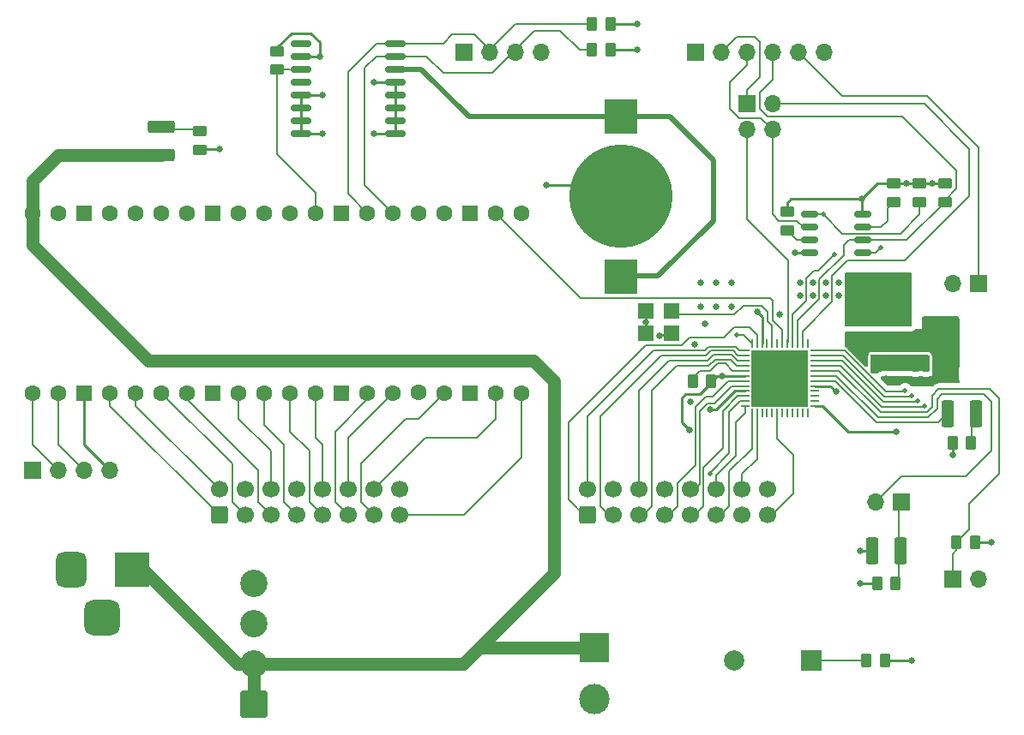
<source format=gbr>
%TF.GenerationSoftware,KiCad,Pcbnew,7.0.11-7.0.11~ubuntu20.04.1*%
%TF.CreationDate,2024-03-20T21:38:14+00:00*%
%TF.ProjectId,MDFPGA,4d444650-4741-42e6-9b69-6361645f7063,rev?*%
%TF.SameCoordinates,Original*%
%TF.FileFunction,Copper,L1,Top*%
%TF.FilePolarity,Positive*%
%FSLAX46Y46*%
G04 Gerber Fmt 4.6, Leading zero omitted, Abs format (unit mm)*
G04 Created by KiCad (PCBNEW 7.0.11-7.0.11~ubuntu20.04.1) date 2024-03-20 21:38:14*
%MOMM*%
%LPD*%
G01*
G04 APERTURE LIST*
G04 Aperture macros list*
%AMRoundRect*
0 Rectangle with rounded corners*
0 $1 Rounding radius*
0 $2 $3 $4 $5 $6 $7 $8 $9 X,Y pos of 4 corners*
0 Add a 4 corners polygon primitive as box body*
4,1,4,$2,$3,$4,$5,$6,$7,$8,$9,$2,$3,0*
0 Add four circle primitives for the rounded corners*
1,1,$1+$1,$2,$3*
1,1,$1+$1,$4,$5*
1,1,$1+$1,$6,$7*
1,1,$1+$1,$8,$9*
0 Add four rect primitives between the rounded corners*
20,1,$1+$1,$2,$3,$4,$5,0*
20,1,$1+$1,$4,$5,$6,$7,0*
20,1,$1+$1,$6,$7,$8,$9,0*
20,1,$1+$1,$8,$9,$2,$3,0*%
G04 Aperture macros list end*
%TA.AperFunction,SMDPad,CuDef*%
%ADD10RoundRect,0.062500X0.375000X0.062500X-0.375000X0.062500X-0.375000X-0.062500X0.375000X-0.062500X0*%
%TD*%
%TA.AperFunction,SMDPad,CuDef*%
%ADD11RoundRect,0.062500X0.062500X0.375000X-0.062500X0.375000X-0.062500X-0.375000X0.062500X-0.375000X0*%
%TD*%
%TA.AperFunction,SMDPad,CuDef*%
%ADD12R,5.600000X5.600000*%
%TD*%
%TA.AperFunction,ComponentPad*%
%ADD13R,1.700000X1.700000*%
%TD*%
%TA.AperFunction,ComponentPad*%
%ADD14O,1.700000X1.700000*%
%TD*%
%TA.AperFunction,SMDPad,CuDef*%
%ADD15RoundRect,0.250000X0.262500X0.450000X-0.262500X0.450000X-0.262500X-0.450000X0.262500X-0.450000X0*%
%TD*%
%TA.AperFunction,SMDPad,CuDef*%
%ADD16R,2.000000X1.500000*%
%TD*%
%TA.AperFunction,SMDPad,CuDef*%
%ADD17R,2.000000X3.800000*%
%TD*%
%TA.AperFunction,ComponentPad*%
%ADD18C,1.600000*%
%TD*%
%TA.AperFunction,ComponentPad*%
%ADD19RoundRect,0.200000X0.600000X-0.600000X0.600000X0.600000X-0.600000X0.600000X-0.600000X-0.600000X0*%
%TD*%
%TA.AperFunction,SMDPad,CuDef*%
%ADD20RoundRect,0.250000X-0.450000X0.262500X-0.450000X-0.262500X0.450000X-0.262500X0.450000X0.262500X0*%
%TD*%
%TA.AperFunction,SMDPad,CuDef*%
%ADD21RoundRect,0.250000X-1.075000X0.375000X-1.075000X-0.375000X1.075000X-0.375000X1.075000X0.375000X0*%
%TD*%
%TA.AperFunction,ComponentPad*%
%ADD22R,3.000000X3.000000*%
%TD*%
%TA.AperFunction,ComponentPad*%
%ADD23C,3.000000*%
%TD*%
%TA.AperFunction,ComponentPad*%
%ADD24R,2.000000X2.000000*%
%TD*%
%TA.AperFunction,ComponentPad*%
%ADD25C,2.000000*%
%TD*%
%TA.AperFunction,ComponentPad*%
%ADD26RoundRect,0.250000X0.600000X-0.600000X0.600000X0.600000X-0.600000X0.600000X-0.600000X-0.600000X0*%
%TD*%
%TA.AperFunction,ComponentPad*%
%ADD27C,1.700000*%
%TD*%
%TA.AperFunction,SMDPad,CuDef*%
%ADD28RoundRect,0.250000X0.375000X1.075000X-0.375000X1.075000X-0.375000X-1.075000X0.375000X-1.075000X0*%
%TD*%
%TA.AperFunction,ComponentPad*%
%ADD29RoundRect,0.250001X1.099999X-1.099999X1.099999X1.099999X-1.099999X1.099999X-1.099999X-1.099999X0*%
%TD*%
%TA.AperFunction,ComponentPad*%
%ADD30C,2.700000*%
%TD*%
%TA.AperFunction,SMDPad,CuDef*%
%ADD31RoundRect,0.150000X-0.875000X-0.150000X0.875000X-0.150000X0.875000X0.150000X-0.875000X0.150000X0*%
%TD*%
%TA.AperFunction,SMDPad,CuDef*%
%ADD32R,1.600000X1.500000*%
%TD*%
%TA.AperFunction,SMDPad,CuDef*%
%ADD33R,3.300000X3.500000*%
%TD*%
%TA.AperFunction,SMDPad,CuDef*%
%ADD34C,10.200000*%
%TD*%
%TA.AperFunction,SMDPad,CuDef*%
%ADD35RoundRect,0.150000X-0.675000X-0.150000X0.675000X-0.150000X0.675000X0.150000X-0.675000X0.150000X0*%
%TD*%
%TA.AperFunction,ComponentPad*%
%ADD36R,3.500000X3.500000*%
%TD*%
%TA.AperFunction,ComponentPad*%
%ADD37RoundRect,0.750000X-0.750000X-1.000000X0.750000X-1.000000X0.750000X1.000000X-0.750000X1.000000X0*%
%TD*%
%TA.AperFunction,ComponentPad*%
%ADD38RoundRect,0.875000X-0.875000X-0.875000X0.875000X-0.875000X0.875000X0.875000X-0.875000X0.875000X0*%
%TD*%
%TA.AperFunction,ViaPad*%
%ADD39C,0.635000*%
%TD*%
%TA.AperFunction,ViaPad*%
%ADD40C,0.508000*%
%TD*%
%TA.AperFunction,Conductor*%
%ADD41C,0.190500*%
%TD*%
%TA.AperFunction,Conductor*%
%ADD42C,0.254000*%
%TD*%
%TA.AperFunction,Conductor*%
%ADD43C,1.270000*%
%TD*%
%TA.AperFunction,Conductor*%
%ADD44C,0.508000*%
%TD*%
G04 APERTURE END LIST*
D10*
%TO.P,U3,1,VCCIO_2*%
%TO.N,+3V3*%
X79067500Y-40020000D03*
%TO.P,U3,2,IOB_6a*%
%TO.N,unconnected-(U3C-IOB_6a-Pad2)*%
X79067500Y-39520000D03*
%TO.P,U3,3,IOB_9b*%
%TO.N,unconnected-(U3C-IOB_9b-Pad3)*%
X79067500Y-39020000D03*
%TO.P,U3,4,IOB_8a*%
%TO.N,unconnected-(U3C-IOB_8a-Pad4)*%
X79067500Y-38520000D03*
%TO.P,U3,5,VCC*%
%TO.N,+1V2*%
X79067500Y-38020000D03*
%TO.P,U3,6,IOB_13b*%
%TO.N,USER_LED*%
X79067500Y-37520000D03*
%TO.P,U3,7,CDONE*%
%TO.N,/FPGA/CDONE*%
X79067500Y-37020000D03*
%TO.P,U3,8,~{CRESET}*%
%TO.N,/FPGA/~{CRESET_B}*%
X79067500Y-36520000D03*
%TO.P,U3,9,IOB_16a*%
%TO.N,~{CTRL_RESET}*%
X79067500Y-36020000D03*
%TO.P,U3,10,IOB_18a*%
%TO.N,CTRL_MOSI*%
X79067500Y-35520000D03*
%TO.P,U3,11,IOB_20a*%
%TO.N,CTRL_CLK*%
X79067500Y-35020000D03*
%TO.P,U3,12,IOB_22a*%
%TO.N,CTRL_MISO*%
X79067500Y-34520000D03*
D11*
%TO.P,U3,13,IOB_24a*%
%TO.N,unconnected-(U3B-IOB_24a-Pad13)*%
X78380000Y-33832500D03*
%TO.P,U3,14,IOB_32a_SPI_SO*%
%TO.N,/FPGA/ICE_MISO*%
X77880000Y-33832500D03*
%TO.P,U3,15,IOB_34a_SPI_SCK*%
%TO.N,/FPGA/ICE_SCK*%
X77380000Y-33832500D03*
%TO.P,U3,16,IOB_35b_SPI_SS*%
%TO.N,/FPGA/ICE_SS*%
X76880000Y-33832500D03*
%TO.P,U3,17,IOB_33b_SPI_SI*%
%TO.N,/FPGA/ICE_MOSI*%
X76380000Y-33832500D03*
%TO.P,U3,18,IOB_31b*%
%TO.N,~{CTRL_SS}*%
X75880000Y-33832500D03*
%TO.P,U3,19,IOB_29b*%
%TO.N,unconnected-(U3B-IOB_29b-Pad19)*%
X75380000Y-33832500D03*
%TO.P,U3,20,IOB_25b_G3*%
%TO.N,/FPGA/GLOBAL_CLK*%
X74880000Y-33832500D03*
%TO.P,U3,21,IOB_23b*%
%TO.N,unconnected-(U3B-IOB_23b-Pad21)*%
X74380000Y-33832500D03*
%TO.P,U3,22,SPI_VCCIO1*%
%TO.N,+3V3*%
X73880000Y-33832500D03*
%TO.P,U3,23,IOT_37a*%
%TO.N,/FPGA/RED1*%
X73380000Y-33832500D03*
%TO.P,U3,24,VPP_2V5*%
%TO.N,/FPGA/VPP_2V5*%
X72880000Y-33832500D03*
D10*
%TO.P,U3,25,IOT_36b*%
%TO.N,/FPGA/GREEN1*%
X72192500Y-34520000D03*
%TO.P,U3,26,IOT_39a*%
%TO.N,/FPGA/BLUE1*%
X72192500Y-35020000D03*
%TO.P,U3,27,IOT_38b*%
%TO.N,/FPGA/GREEN2*%
X72192500Y-35520000D03*
%TO.P,U3,28,IOT_41a*%
%TO.N,/FPGA/RED2*%
X72192500Y-36020000D03*
%TO.P,U3,29,VCCPLL*%
%TO.N,Net-(U3D-VCCPLL)*%
X72192500Y-36520000D03*
%TO.P,U3,30,VCC*%
%TO.N,+1V2*%
X72192500Y-37020000D03*
%TO.P,U3,31,IOT_42b*%
%TO.N,/FPGA/BLUE2*%
X72192500Y-37520000D03*
%TO.P,U3,32,IOT_43a*%
%TO.N,/FPGA/ADDRB*%
X72192500Y-38020000D03*
%TO.P,U3,33,VCCIO_0*%
%TO.N,+3V3*%
X72192500Y-38520000D03*
%TO.P,U3,34,IOT_44b*%
%TO.N,/FPGA/ADDRA*%
X72192500Y-39020000D03*
%TO.P,U3,35,IOT_46b_G0*%
%TO.N,/FPGA/CLK*%
X72192500Y-39520000D03*
%TO.P,U3,36,IOT_48b*%
%TO.N,/FPGA/ADDRD*%
X72192500Y-40020000D03*
D11*
%TO.P,U3,37,IOT_45a_G1*%
%TO.N,/FPGA/ADDRC*%
X72880000Y-40707500D03*
%TO.P,U3,38,IOT_50b*%
%TO.N,/FPGA/LATCH*%
X73380000Y-40707500D03*
%TO.P,U3,39,RGB0*%
%TO.N,unconnected-(U3A-RGB0-Pad39)*%
X73880000Y-40707500D03*
%TO.P,U3,40,RGB1*%
%TO.N,unconnected-(U3A-RGB1-Pad40)*%
X74380000Y-40707500D03*
%TO.P,U3,41,RGB2*%
%TO.N,unconnected-(U3A-RGB2-Pad41)*%
X74880000Y-40707500D03*
%TO.P,U3,42,IOT_51a*%
%TO.N,/FPGA/OE*%
X75380000Y-40707500D03*
%TO.P,U3,43,IOT_49a*%
%TO.N,unconnected-(U3A-IOT_49a-Pad43)*%
X75880000Y-40707500D03*
%TO.P,U3,44,IOB_3b_G6*%
%TO.N,unconnected-(U3C-IOB_3b_G6-Pad44)*%
X76380000Y-40707500D03*
%TO.P,U3,45,IOB_5b*%
%TO.N,unconnected-(U3C-IOB_5b-Pad45)*%
X76880000Y-40707500D03*
%TO.P,U3,46,IOB_0a*%
%TO.N,unconnected-(U3C-IOB_0a-Pad46)*%
X77380000Y-40707500D03*
%TO.P,U3,47,IOB_2a*%
%TO.N,unconnected-(U3C-IOB_2a-Pad47)*%
X77880000Y-40707500D03*
%TO.P,U3,48,IOB_4a*%
%TO.N,unconnected-(U3C-IOB_4a-Pad48)*%
X78380000Y-40707500D03*
D12*
%TO.P,U3,49,GND*%
%TO.N,GND*%
X75630000Y-37270000D03*
%TD*%
D13*
%TO.P,J11,1,Pin_1*%
%TO.N,Net-(D3-K)*%
X87630000Y-49530000D03*
D14*
%TO.P,J11,2,Pin_2*%
%TO.N,/FPGA/CDONE*%
X85090000Y-49530000D03*
%TD*%
D15*
%TO.P,R13,1*%
%TO.N,Net-(D3-K)*%
X87045000Y-57525000D03*
%TO.P,R13,2*%
%TO.N,GND*%
X85220000Y-57525000D03*
%TD*%
D13*
%TO.P,J10,1,Pin_1*%
%TO.N,/FPGA/~{CRESET_B}*%
X92710000Y-57150000D03*
D14*
%TO.P,J10,2,Pin_2*%
%TO.N,GND*%
X95250000Y-57150000D03*
%TD*%
D16*
%TO.P,U4,1,GND*%
%TO.N,GND*%
X85626000Y-31095000D03*
%TO.P,U4,2,VO*%
%TO.N,+1V2*%
X85626000Y-33395000D03*
D17*
X91926000Y-33395000D03*
D16*
%TO.P,U4,3,VI*%
%TO.N,+3V3*%
X85626000Y-35695000D03*
%TD*%
D15*
%TO.P,R12,1*%
%TO.N,+3V3*%
X94892500Y-53437500D03*
%TO.P,R12,2*%
%TO.N,/FPGA/~{CRESET_B}*%
X93067500Y-53437500D03*
%TD*%
D18*
%TO.P,A1,1,GP0*%
%TO.N,/UART0_TX*%
X1905000Y-38735000D03*
%TO.P,A1,2,GP1*%
%TO.N,/UART0_RX*%
X4445000Y-38735000D03*
D19*
%TO.P,A1,3,GND*%
%TO.N,GND*%
X6985000Y-38735000D03*
D18*
%TO.P,A1,4,GP2*%
%TO.N,/RED1*%
X9525000Y-38735000D03*
%TO.P,A1,5,GP3*%
%TO.N,/GREEN1*%
X12065000Y-38735000D03*
%TO.P,A1,6,GP4*%
%TO.N,/BLUE1*%
X14605000Y-38735000D03*
%TO.P,A1,7,GP5*%
%TO.N,/RED2*%
X17145000Y-38735000D03*
D19*
%TO.P,A1,8,GND*%
%TO.N,GND*%
X19685000Y-38735000D03*
D18*
%TO.P,A1,9,GP6*%
%TO.N,/GREEN2*%
X22225000Y-38735000D03*
%TO.P,A1,10,GP7*%
%TO.N,/BLUE2*%
X24765000Y-38735000D03*
%TO.P,A1,11,GP8*%
%TO.N,/ADDRA*%
X27305000Y-38735000D03*
%TO.P,A1,12,GP9*%
%TO.N,/ADDRB*%
X29845000Y-38735000D03*
D19*
%TO.P,A1,13,GND*%
%TO.N,GND*%
X32385000Y-38735000D03*
D18*
%TO.P,A1,14,GP10*%
%TO.N,/ADDRC*%
X34925000Y-38735000D03*
%TO.P,A1,15,GP11*%
%TO.N,/ADDRD*%
X37465000Y-38735000D03*
%TO.P,A1,16,GP12*%
%TO.N,unconnected-(A1-GP12-Pad16)*%
X40005000Y-38693119D03*
%TO.P,A1,17,GP13*%
%TO.N,/CLK*%
X42545000Y-38735000D03*
D19*
%TO.P,A1,18,GND*%
%TO.N,GND*%
X45085000Y-38735000D03*
D18*
%TO.P,A1,19,GP14*%
%TO.N,/LATCH*%
X47625000Y-38735000D03*
%TO.P,A1,20,GP15*%
%TO.N,/OE*%
X50165000Y-38735000D03*
%TO.P,A1,21,GP16*%
%TO.N,CTRL_MISO*%
X50165000Y-20955000D03*
%TO.P,A1,22,GP17*%
%TO.N,~{CTRL_SS}*%
X47625000Y-20955000D03*
D19*
%TO.P,A1,23,GND*%
%TO.N,GND*%
X45085000Y-20955000D03*
D18*
%TO.P,A1,24,GP18*%
%TO.N,CTRL_CLK*%
X42545000Y-20955000D03*
%TO.P,A1,25,GP19*%
%TO.N,CTRL_MOSI*%
X40005000Y-20955000D03*
%TO.P,A1,26,GP20*%
%TO.N,/SDA*%
X37465000Y-20955000D03*
%TO.P,A1,27,GP21*%
%TO.N,/SCL*%
X34925000Y-20955000D03*
D19*
%TO.P,A1,28,GND*%
%TO.N,GND*%
X32385000Y-20955000D03*
D18*
%TO.P,A1,29,GP22*%
%TO.N,/RTCSQWAVE*%
X29845000Y-20955000D03*
%TO.P,A1,30,RUN*%
%TO.N,unconnected-(A1-RUN-Pad30)*%
X27305000Y-20955000D03*
%TO.P,A1,31,GP26*%
%TO.N,~{CTRL_RESET}*%
X24765000Y-20955000D03*
%TO.P,A1,32,GP27*%
%TO.N,/BUZZER*%
X22225000Y-20955000D03*
D19*
%TO.P,A1,33,AGND*%
%TO.N,GND*%
X19685000Y-20955000D03*
D18*
%TO.P,A1,34,GP28*%
%TO.N,unconnected-(A1-GP28-Pad34)*%
X17145000Y-20955000D03*
%TO.P,A1,35,ADC_VREF*%
%TO.N,unconnected-(A1-ADC_VREF-Pad35)*%
X14605000Y-20955000D03*
%TO.P,A1,36,3V3_OUT*%
%TO.N,+3V3*%
X12065000Y-20955000D03*
%TO.P,A1,37,3V3_EN*%
%TO.N,unconnected-(A1-3V3_EN-Pad37)*%
X9525000Y-20955000D03*
D19*
%TO.P,A1,38,GND*%
%TO.N,GND*%
X6985000Y-20955000D03*
D18*
%TO.P,A1,39,VSYS*%
%TO.N,unconnected-(A1-VSYS-Pad39)*%
X4445000Y-20955000D03*
%TO.P,A1,40,VBUS*%
%TO.N,+5V*%
X1905000Y-20955000D03*
%TD*%
D20*
%TO.P,R3,1*%
%TO.N,+3V3*%
X26035000Y-4929500D03*
%TO.P,R3,2*%
%TO.N,/RTCSQWAVE*%
X26035000Y-6754500D03*
%TD*%
D21*
%TO.P,D1,1,K*%
%TO.N,Net-(D1-K)*%
X14595000Y-12435000D03*
%TO.P,D1,2,A*%
%TO.N,+5V*%
X14595000Y-15235000D03*
%TD*%
D15*
%TO.P,R6,1*%
%TO.N,GND*%
X86002500Y-65145000D03*
%TO.P,R6,2*%
%TO.N,Net-(R6-Pad2)*%
X84177500Y-65145000D03*
%TD*%
D13*
%TO.P,J1,1,Pin_1*%
%TO.N,+3V3*%
X67310000Y-5080000D03*
D14*
%TO.P,J1,2,Pin_2*%
%TO.N,/FPGA/FLASH_MOSI*%
X69850000Y-5080000D03*
%TO.P,J1,3,Pin_3*%
%TO.N,/FPGA/FLASH_MISO*%
X72390000Y-5080000D03*
%TO.P,J1,4,Pin_4*%
%TO.N,/FPGA/ICE_SCK*%
X74930000Y-5080000D03*
%TO.P,J1,5,Pin_5*%
%TO.N,/FPGA/ICE_SS*%
X77470000Y-5080000D03*
%TO.P,J1,6,Pin_6*%
%TO.N,GND*%
X80010000Y-5080000D03*
%TD*%
D13*
%TO.P,J2,1,Pin_1*%
%TO.N,+3V3*%
X1905000Y-46355000D03*
D14*
%TO.P,J2,2,Pin_2*%
%TO.N,/UART0_TX*%
X4445000Y-46355000D03*
%TO.P,J2,3,Pin_3*%
%TO.N,/UART0_RX*%
X6985000Y-46355000D03*
%TO.P,J2,4,Pin_4*%
%TO.N,GND*%
X9525000Y-46355000D03*
%TD*%
D22*
%TO.P,J7,1,Pin_1*%
%TO.N,+5V*%
X57280000Y-63875000D03*
D23*
%TO.P,J7,2,Pin_2*%
%TO.N,GND*%
X57280000Y-68955000D03*
%TD*%
D15*
%TO.P,R10,1*%
%TO.N,+1V2*%
X68860500Y-37586000D03*
%TO.P,R10,2*%
%TO.N,Net-(U3D-VCCPLL)*%
X67035500Y-37586000D03*
%TD*%
D24*
%TO.P,SP1,1,1*%
%TO.N,Net-(R6-Pad2)*%
X78730000Y-65145000D03*
D25*
%TO.P,SP1,2,2*%
%TO.N,/BUZZER*%
X71130000Y-65145000D03*
%TD*%
D13*
%TO.P,J9,1,Pin_1*%
%TO.N,/FPGA/ICE_SS*%
X95250000Y-27940000D03*
D14*
%TO.P,J9,2,Pin_2*%
%TO.N,Net-(J9-Pin_2)*%
X92710000Y-27940000D03*
%TD*%
D15*
%TO.P,R5,1*%
%TO.N,Net-(D2-K)*%
X94511500Y-43685000D03*
%TO.P,R5,2*%
%TO.N,GND*%
X92686500Y-43685000D03*
%TD*%
%TO.P,R2,1*%
%TO.N,+3V3*%
X58890000Y-4820000D03*
%TO.P,R2,2*%
%TO.N,/SDA*%
X57065000Y-4820000D03*
%TD*%
D13*
%TO.P,J8,1,Pin_1*%
%TO.N,/FPGA/FLASH_MOSI*%
X72390000Y-10160000D03*
D14*
%TO.P,J8,2,Pin_2*%
%TO.N,/FPGA/ICE_MISO*%
X74930000Y-10160000D03*
%TO.P,J8,3,Pin_3*%
%TO.N,/FPGA/ICE_MOSI*%
X72390000Y-12700000D03*
%TO.P,J8,4,Pin_4*%
%TO.N,/FPGA/FLASH_MISO*%
X74930000Y-12700000D03*
%TD*%
D26*
%TO.P,J3,1,Pin_1*%
%TO.N,/RED1*%
X20320000Y-50800000D03*
D27*
%TO.P,J3,2,Pin_2*%
%TO.N,/GREEN1*%
X20320000Y-48260000D03*
%TO.P,J3,3,Pin_3*%
%TO.N,/BLUE1*%
X22860000Y-50800000D03*
%TO.P,J3,4,Pin_4*%
%TO.N,GND*%
X22860000Y-48260000D03*
%TO.P,J3,5,Pin_5*%
%TO.N,/RED2*%
X25400000Y-50800000D03*
%TO.P,J3,6,Pin_6*%
%TO.N,/GREEN2*%
X25400000Y-48260000D03*
%TO.P,J3,7,Pin_7*%
%TO.N,/BLUE2*%
X27940000Y-50800000D03*
%TO.P,J3,8,Pin_8*%
%TO.N,GND*%
X27940000Y-48260000D03*
%TO.P,J3,9,Pin_9*%
%TO.N,/ADDRA*%
X30480000Y-50800000D03*
%TO.P,J3,10,Pin_10*%
%TO.N,/ADDRB*%
X30480000Y-48260000D03*
%TO.P,J3,11,Pin_11*%
%TO.N,/ADDRC*%
X33020000Y-50800000D03*
%TO.P,J3,12,Pin_12*%
%TO.N,/ADDRD*%
X33020000Y-48260000D03*
%TO.P,J3,13,Pin_13*%
%TO.N,/CLK*%
X35560000Y-50800000D03*
%TO.P,J3,14,Pin_14*%
%TO.N,/LATCH*%
X35560000Y-48260000D03*
%TO.P,J3,15,Pin_15*%
%TO.N,/OE*%
X38100000Y-50800000D03*
%TO.P,J3,16,Pin_16*%
%TO.N,GND*%
X38100000Y-48260000D03*
%TD*%
D20*
%TO.P,R9,1*%
%TO.N,+3V3*%
X76330000Y-20798500D03*
%TO.P,R9,2*%
%TO.N,Net-(U6-IO2)*%
X76330000Y-22623500D03*
%TD*%
D15*
%TO.P,R1,1*%
%TO.N,+3V3*%
X58890000Y-2280000D03*
%TO.P,R1,2*%
%TO.N,/SCL*%
X57065000Y-2280000D03*
%TD*%
D28*
%TO.P,D3,1,K*%
%TO.N,Net-(D3-K)*%
X87532500Y-54350000D03*
%TO.P,D3,2,A*%
%TO.N,+3V3*%
X84732500Y-54350000D03*
%TD*%
%TO.P,D2,1,K*%
%TO.N,Net-(D2-K)*%
X94999000Y-40764000D03*
%TO.P,D2,2,A*%
%TO.N,USER_LED*%
X92199000Y-40764000D03*
%TD*%
D13*
%TO.P,J5,1,Pin_1*%
%TO.N,+3V3*%
X44450000Y-5080000D03*
D14*
%TO.P,J5,2,Pin_2*%
%TO.N,/SCL*%
X46990000Y-5080000D03*
%TO.P,J5,3,Pin_3*%
%TO.N,/SDA*%
X49530000Y-5080000D03*
%TO.P,J5,4,Pin_4*%
%TO.N,GND*%
X52070000Y-5080000D03*
%TD*%
D20*
%TO.P,R7,1*%
%TO.N,+3V3*%
X89411000Y-18004500D03*
%TO.P,R7,2*%
%TO.N,Net-(J9-Pin_2)*%
X89411000Y-19829500D03*
%TD*%
%TO.P,R8,1*%
%TO.N,+3V3*%
X86871000Y-18004500D03*
%TO.P,R8,2*%
%TO.N,Net-(U6-IO3)*%
X86871000Y-19829500D03*
%TD*%
D29*
%TO.P,J4,1,Pin_1*%
%TO.N,+5V*%
X23705000Y-69440000D03*
D30*
%TO.P,J4,2,Pin_2*%
X23705000Y-65480000D03*
%TO.P,J4,3,Pin_3*%
%TO.N,GND*%
X23705000Y-61520000D03*
%TO.P,J4,4,Pin_4*%
X23705000Y-57560000D03*
%TD*%
D31*
%TO.P,U1,1,32KHZ*%
%TO.N,unconnected-(U1-32KHZ-Pad1)*%
X28370000Y-4191000D03*
%TO.P,U1,2,VCC*%
%TO.N,+3V3*%
X28370000Y-5461000D03*
%TO.P,U1,3,~{INT}/SQW*%
%TO.N,/RTCSQWAVE*%
X28370000Y-6731000D03*
%TO.P,U1,4,~{RST}*%
%TO.N,unconnected-(U1-~{RST}-Pad4)*%
X28370000Y-8001000D03*
%TO.P,U1,5,GND*%
%TO.N,GND*%
X28370000Y-9271000D03*
%TO.P,U1,6,GND*%
X28370000Y-10541000D03*
%TO.P,U1,7,GND*%
X28370000Y-11811000D03*
%TO.P,U1,8,GND*%
X28370000Y-13081000D03*
%TO.P,U1,9,GND*%
X37670000Y-13081000D03*
%TO.P,U1,10,GND*%
X37670000Y-11811000D03*
%TO.P,U1,11,GND*%
X37670000Y-10541000D03*
%TO.P,U1,12,GND*%
X37670000Y-9271000D03*
%TO.P,U1,13,GND*%
X37670000Y-8001000D03*
%TO.P,U1,14,VBAT*%
%TO.N,/VBAT*%
X37670000Y-6731000D03*
%TO.P,U1,15,SDA*%
%TO.N,/SDA*%
X37670000Y-5461000D03*
%TO.P,U1,16,SCL*%
%TO.N,/SCL*%
X37670000Y-4191000D03*
%TD*%
D32*
%TO.P,X1,1,OE*%
%TO.N,+3V3*%
X62360000Y-32844000D03*
%TO.P,X1,2,GND*%
%TO.N,GND*%
X64900000Y-32844000D03*
%TO.P,X1,3,OUT*%
%TO.N,/FPGA/GLOBAL_CLK*%
X64900000Y-30644000D03*
%TO.P,X1,4,Vcc*%
%TO.N,+3V3*%
X62360000Y-30644000D03*
%TD*%
D20*
%TO.P,R4,1*%
%TO.N,Net-(D1-K)*%
X18415000Y-12860000D03*
%TO.P,R4,2*%
%TO.N,GND*%
X18415000Y-14685000D03*
%TD*%
D33*
%TO.P,BT1,1,+*%
%TO.N,/VBAT*%
X59985000Y-27204000D03*
X59985000Y-11404000D03*
D34*
%TO.P,BT1,2,-*%
%TO.N,GND*%
X59985000Y-19304000D03*
%TD*%
D35*
%TO.P,U6,1,~{CS}*%
%TO.N,Net-(J9-Pin_2)*%
X78531000Y-21076000D03*
%TO.P,U6,2,DO(IO1)*%
%TO.N,/FPGA/FLASH_MISO*%
X78531000Y-22346000D03*
%TO.P,U6,3,IO2*%
%TO.N,Net-(U6-IO2)*%
X78531000Y-23616000D03*
%TO.P,U6,4,GND*%
%TO.N,GND*%
X78531000Y-24886000D03*
%TO.P,U6,5,DI(IO0)*%
%TO.N,/FPGA/FLASH_MOSI*%
X83781000Y-24886000D03*
%TO.P,U6,6,CLK*%
%TO.N,/FPGA/ICE_SCK*%
X83781000Y-23616000D03*
%TO.P,U6,7,IO3*%
%TO.N,Net-(U6-IO3)*%
X83781000Y-22346000D03*
%TO.P,U6,8,VCC*%
%TO.N,+3V3*%
X83781000Y-21076000D03*
%TD*%
D20*
%TO.P,R11,1*%
%TO.N,+3V3*%
X91951000Y-18004500D03*
%TO.P,R11,2*%
%TO.N,/FPGA/ICE_SCK*%
X91951000Y-19829500D03*
%TD*%
D36*
%TO.P,CON1,1*%
%TO.N,+5V*%
X11715000Y-56192500D03*
D37*
%TO.P,CON1,2*%
%TO.N,GND*%
X5715000Y-56192500D03*
D38*
%TO.P,CON1,3*%
X8715000Y-60892500D03*
%TD*%
D26*
%TO.P,J6,1,Pin_1*%
%TO.N,/FPGA/RED1*%
X56645000Y-50800000D03*
D27*
%TO.P,J6,2,Pin_2*%
%TO.N,/FPGA/GREEN1*%
X56645000Y-48260000D03*
%TO.P,J6,3,Pin_3*%
%TO.N,/FPGA/BLUE1*%
X59185000Y-50800000D03*
%TO.P,J6,4,Pin_4*%
%TO.N,GND*%
X59185000Y-48260000D03*
%TO.P,J6,5,Pin_5*%
%TO.N,/FPGA/RED2*%
X61725000Y-50800000D03*
%TO.P,J6,6,Pin_6*%
%TO.N,/FPGA/GREEN2*%
X61725000Y-48260000D03*
%TO.P,J6,7,Pin_7*%
%TO.N,/FPGA/BLUE2*%
X64265000Y-50800000D03*
%TO.P,J6,8,Pin_8*%
%TO.N,GND*%
X64265000Y-48260000D03*
%TO.P,J6,9,Pin_9*%
%TO.N,/FPGA/ADDRA*%
X66805000Y-50800000D03*
%TO.P,J6,10,Pin_10*%
%TO.N,/FPGA/ADDRB*%
X66805000Y-48260000D03*
%TO.P,J6,11,Pin_11*%
%TO.N,/FPGA/ADDRC*%
X69345000Y-50800000D03*
%TO.P,J6,12,Pin_12*%
%TO.N,/FPGA/ADDRD*%
X69345000Y-48260000D03*
%TO.P,J6,13,Pin_13*%
%TO.N,/FPGA/CLK*%
X71885000Y-50800000D03*
%TO.P,J6,14,Pin_14*%
%TO.N,/FPGA/LATCH*%
X71885000Y-48260000D03*
%TO.P,J6,15,Pin_15*%
%TO.N,/FPGA/OE*%
X74425000Y-50800000D03*
%TO.P,J6,16,Pin_16*%
%TO.N,GND*%
X74425000Y-48260000D03*
%TD*%
D39*
%TO.N,GND*%
X35560000Y-8001000D03*
X76965000Y-38475000D03*
X85220000Y-27807000D03*
X82680000Y-29077000D03*
X20320000Y-14605000D03*
X75695000Y-38475000D03*
X74425000Y-38475000D03*
X80140000Y-29077000D03*
X76965000Y-35935000D03*
X35560000Y-13081000D03*
X52578000Y-18161000D03*
X81410000Y-27807000D03*
X74425000Y-35935000D03*
X86490000Y-29077000D03*
X63757000Y-33098000D03*
X78870000Y-27807000D03*
X30480000Y-9271000D03*
X30480000Y-13081000D03*
X81410000Y-29077000D03*
X77092000Y-24886000D03*
X77600000Y-29077000D03*
X78870000Y-29077000D03*
X87760000Y-27807000D03*
X83950000Y-29077000D03*
X75568000Y-30982000D03*
X92710000Y-44828000D03*
X85220000Y-29077000D03*
X80140000Y-27807000D03*
X86490000Y-27807000D03*
X87760000Y-29077000D03*
X88635000Y-65145000D03*
X82680000Y-27807000D03*
X77600000Y-27807000D03*
X83950000Y-27807000D03*
X83592500Y-57525000D03*
X75695000Y-35935000D03*
%TO.N,+3V3*%
X90046000Y-35300000D03*
X62360000Y-31744000D03*
X68710000Y-40380000D03*
X89030000Y-35300000D03*
X88268000Y-36062000D03*
X67186000Y-33903000D03*
X70869000Y-30220000D03*
X96520000Y-53437500D03*
X68202000Y-31871000D03*
X90681000Y-18028000D03*
X30226000Y-5461000D03*
X67821000Y-30220000D03*
X70869000Y-27807000D03*
X61595000Y-2280000D03*
X90046000Y-36316000D03*
X69345000Y-27807000D03*
X67821000Y-27807000D03*
X89030000Y-36316000D03*
X87122000Y-42545000D03*
X83696000Y-19552000D03*
X73409000Y-30728000D03*
X66805000Y-39618000D03*
X88141000Y-18004500D03*
X61595000Y-4820000D03*
X87125000Y-36062000D03*
X83592500Y-54350000D03*
X69345000Y-30220000D03*
D40*
%TO.N,CTRL_MOSI*%
X89281000Y-39497000D03*
%TO.N,CTRL_MISO*%
X88011000Y-38481000D03*
%TO.N,CTRL_CLK*%
X88646000Y-38989000D03*
D39*
%TO.N,+1V2*%
X84204000Y-34284000D03*
X83947000Y-35433000D03*
X66678000Y-42412000D03*
X81156000Y-38602000D03*
X86106000Y-37338000D03*
X69974500Y-37020000D03*
D40*
%TO.N,/FPGA/VPP_2V5*%
X71377000Y-33014000D03*
%TO.N,/FPGA/FLASH_MOSI*%
X85598000Y-24384000D03*
%TO.N,/FPGA/CLK*%
X68710000Y-46736000D03*
%TO.N,~{CTRL_RESET}*%
X89916000Y-40005000D03*
%TO.N,/FPGA/ICE_SS*%
X81029000Y-25013000D03*
%TO.N,Net-(J9-Pin_2)*%
X79886000Y-21076000D03*
%TD*%
D41*
%TO.N,/UART0_TX*%
X4445000Y-46355000D02*
X1905000Y-43815000D01*
X1905000Y-43815000D02*
X1905000Y-38735000D01*
%TO.N,/UART0_RX*%
X4445000Y-38735000D02*
X4445000Y-43815000D01*
X4445000Y-43815000D02*
X6985000Y-46355000D01*
D42*
%TO.N,GND*%
X6985000Y-38735000D02*
X6985000Y-43815000D01*
X30480000Y-9271000D02*
X28194000Y-9271000D01*
X35560000Y-13081000D02*
X37846000Y-13081000D01*
X28370000Y-11811000D02*
X28370000Y-10746000D01*
X92686500Y-44804500D02*
X92686500Y-43685000D01*
X37670000Y-13081000D02*
X37670000Y-12016000D01*
X18415000Y-14605000D02*
X20320000Y-14605000D01*
X63841000Y-33014000D02*
X64900000Y-33014000D01*
X63757000Y-33098000D02*
X63841000Y-33014000D01*
X52578000Y-18161000D02*
X60706000Y-18161000D01*
X28370000Y-10541000D02*
X28370000Y-9476000D01*
X35560000Y-8001000D02*
X37670000Y-8001000D01*
X78362000Y-24886000D02*
X77092000Y-24886000D01*
X37670000Y-9271000D02*
X37670000Y-8206000D01*
X37670000Y-10541000D02*
X37670000Y-9476000D01*
X85220000Y-57525000D02*
X83592500Y-57525000D01*
X28370000Y-13081000D02*
X28370000Y-12016000D01*
X60706000Y-18161000D02*
X60833000Y-18288000D01*
X92710000Y-44828000D02*
X92686500Y-44804500D01*
X37670000Y-11811000D02*
X37670000Y-10746000D01*
X30480000Y-13081000D02*
X28370000Y-13081000D01*
X86360000Y-65145000D02*
X88635000Y-65145000D01*
X6985000Y-43815000D02*
X9525000Y-46355000D01*
D41*
%TO.N,/RED1*%
X9525000Y-40005000D02*
X9525000Y-38735000D01*
X20320000Y-50800000D02*
X9525000Y-40005000D01*
%TO.N,/GREEN1*%
X20320000Y-48260000D02*
X12065000Y-40005000D01*
X12065000Y-40005000D02*
X12065000Y-38735000D01*
%TO.N,/BLUE1*%
X21590000Y-49530000D02*
X21590000Y-45720000D01*
X21590000Y-45720000D02*
X14605000Y-38735000D01*
X22860000Y-50800000D02*
X21590000Y-49530000D01*
%TO.N,/RED2*%
X17145000Y-38735000D02*
X17145000Y-39370000D01*
X17145000Y-39370000D02*
X24130000Y-46355000D01*
X24130000Y-49530000D02*
X25400000Y-50800000D01*
X24130000Y-46355000D02*
X24130000Y-49530000D01*
%TO.N,/GREEN2*%
X22225000Y-41275000D02*
X22225000Y-38735000D01*
X25400000Y-48260000D02*
X25400000Y-44450000D01*
X25400000Y-44450000D02*
X22225000Y-41275000D01*
%TO.N,/BLUE2*%
X26670000Y-49530000D02*
X26670000Y-43815000D01*
X26670000Y-43815000D02*
X24765000Y-41910000D01*
X27940000Y-50800000D02*
X26670000Y-49530000D01*
X24765000Y-41910000D02*
X24765000Y-38735000D01*
%TO.N,/ADDRA*%
X27305000Y-42545000D02*
X27305000Y-38735000D01*
X30480000Y-50800000D02*
X29210000Y-49530000D01*
X29210000Y-44450000D02*
X27305000Y-42545000D01*
X29210000Y-49530000D02*
X29210000Y-44450000D01*
%TO.N,/ADDRB*%
X29845000Y-38735000D02*
X29845000Y-43180000D01*
X30480000Y-43815000D02*
X30480000Y-48260000D01*
X29845000Y-43180000D02*
X30480000Y-43815000D01*
%TO.N,/ADDRC*%
X31750000Y-49530000D02*
X31750000Y-42545000D01*
X31750000Y-42545000D02*
X34925000Y-39370000D01*
X33020000Y-50800000D02*
X31750000Y-49530000D01*
%TO.N,/ADDRD*%
X33020000Y-43180000D02*
X33020000Y-48260000D01*
X37465000Y-38735000D02*
X33020000Y-43180000D01*
%TO.N,/CLK*%
X34290000Y-49530000D02*
X34290000Y-45720000D01*
X35560000Y-50800000D02*
X34290000Y-49530000D01*
X40005000Y-41275000D02*
X42545000Y-38735000D01*
X38735000Y-41275000D02*
X40005000Y-41275000D01*
X34290000Y-45720000D02*
X38735000Y-41275000D01*
%TO.N,/LATCH*%
X45720000Y-43180000D02*
X47625000Y-41275000D01*
X47625000Y-41275000D02*
X47625000Y-38735000D01*
X35560000Y-48260000D02*
X40640000Y-43180000D01*
X40640000Y-43180000D02*
X45720000Y-43180000D01*
%TO.N,/OE*%
X38100000Y-50800000D02*
X44450000Y-50800000D01*
X44450000Y-50800000D02*
X50165000Y-45085000D01*
X50165000Y-45085000D02*
X50165000Y-38735000D01*
%TO.N,/SDA*%
X51435000Y-2915000D02*
X49530000Y-4820000D01*
X34671000Y-18161000D02*
X34671000Y-6604000D01*
X37465000Y-20955000D02*
X34671000Y-18161000D01*
X40767000Y-5461000D02*
X42418000Y-7112000D01*
X53975000Y-2915000D02*
X51435000Y-2915000D01*
X55880000Y-4820000D02*
X53975000Y-2915000D01*
X57150000Y-4820000D02*
X55880000Y-4820000D01*
X37670000Y-5461000D02*
X40767000Y-5461000D01*
X35814000Y-5461000D02*
X37973000Y-5461000D01*
X34671000Y-6604000D02*
X35814000Y-5461000D01*
X47244000Y-7112000D02*
X49530000Y-4826000D01*
X42418000Y-7112000D02*
X47244000Y-7112000D01*
%TO.N,/SCL*%
X46990000Y-4820000D02*
X49530000Y-2280000D01*
X33020000Y-6985000D02*
X35814000Y-4191000D01*
X35814000Y-4191000D02*
X37719000Y-4191000D01*
X33020000Y-19050000D02*
X33020000Y-6985000D01*
X42418000Y-4191000D02*
X43307000Y-3302000D01*
X57150000Y-2280000D02*
X49530000Y-2280000D01*
X45466000Y-3302000D02*
X46990000Y-4826000D01*
X34925000Y-20955000D02*
X33020000Y-19050000D01*
X43307000Y-3302000D02*
X45466000Y-3302000D01*
X37670000Y-4191000D02*
X42418000Y-4191000D01*
%TO.N,/RTCSQWAVE*%
X26035000Y-6731000D02*
X26035000Y-15113000D01*
X29845000Y-18923000D02*
X29845000Y-21209000D01*
X27305000Y-6731000D02*
X26035000Y-6731000D01*
X26035000Y-15113000D02*
X29845000Y-18923000D01*
%TO.N,~{CTRL_SS}*%
X74964750Y-29625750D02*
X74676000Y-29337000D01*
X74676000Y-29337000D02*
X56007000Y-29337000D01*
X75880000Y-32446000D02*
X74964750Y-31530750D01*
X74964750Y-31530750D02*
X74964750Y-29625750D01*
X56007000Y-29337000D02*
X47625000Y-20955000D01*
X75880000Y-33832500D02*
X75880000Y-32446000D01*
D42*
%TO.N,+3V3*%
X94892500Y-53437500D02*
X96520000Y-53437500D01*
X71205000Y-38520000D02*
X72192500Y-38520000D01*
X87122000Y-42545000D02*
X82390000Y-42545000D01*
X79865000Y-40020000D02*
X79067500Y-40020000D01*
X85267000Y-17981000D02*
X86871000Y-17981000D01*
X89260500Y-18004500D02*
X89284000Y-18028000D01*
X76330000Y-19933000D02*
X76330000Y-20798500D01*
X82390000Y-42545000D02*
X79865000Y-40020000D01*
X76711000Y-19552000D02*
X76330000Y-19933000D01*
X90681000Y-18028000D02*
X91951000Y-18028000D01*
X29337000Y-3175000D02*
X27432000Y-3175000D01*
X83696000Y-19552000D02*
X76711000Y-19552000D01*
X69345000Y-40380000D02*
X68710000Y-40380000D01*
X73409000Y-30728000D02*
X73880000Y-31199000D01*
X69599000Y-40126000D02*
X71205000Y-38520000D01*
X83696000Y-19552000D02*
X85267000Y-17981000D01*
X86871000Y-18004500D02*
X88141000Y-18004500D01*
X84732500Y-54350000D02*
X83592500Y-54350000D01*
X73880000Y-31199000D02*
X73880000Y-33832500D01*
X30226000Y-5461000D02*
X30226000Y-4064000D01*
X62360000Y-31744000D02*
X62360000Y-32844000D01*
X27432000Y-3175000D02*
X26035000Y-4572000D01*
X83696000Y-19552000D02*
X83696000Y-21076000D01*
X62360000Y-31744000D02*
X62360000Y-30644000D01*
X89284000Y-18028000D02*
X90681000Y-18028000D01*
X30226000Y-5461000D02*
X27940000Y-5461000D01*
X88141000Y-18004500D02*
X89260500Y-18004500D01*
X30226000Y-4064000D02*
X29337000Y-3175000D01*
X69599000Y-40126000D02*
X69345000Y-40380000D01*
X59440000Y-2280000D02*
X61595000Y-2280000D01*
X59440000Y-4820000D02*
X61595000Y-4820000D01*
D43*
%TO.N,+5V*%
X44375000Y-65480000D02*
X45974000Y-63881000D01*
X53340000Y-56515000D02*
X53340000Y-37592000D01*
X44323000Y-65532000D02*
X44375000Y-65480000D01*
X12065000Y-56192500D02*
X12758500Y-56192500D01*
X13335000Y-35560000D02*
X1905000Y-24130000D01*
X44375000Y-65480000D02*
X53340000Y-56515000D01*
X45974000Y-63881000D02*
X57277000Y-63881000D01*
X12758500Y-56192500D02*
X22098000Y-65532000D01*
X22098000Y-65532000D02*
X44323000Y-65532000D01*
X1905000Y-24130000D02*
X1905000Y-20955000D01*
X51308000Y-35560000D02*
X13335000Y-35560000D01*
X14595000Y-15240000D02*
X4445000Y-15240000D01*
X23705000Y-65915000D02*
X23705000Y-69440000D01*
X1905000Y-17780000D02*
X1905000Y-20955000D01*
X4445000Y-15240000D02*
X1905000Y-17780000D01*
X53340000Y-37592000D02*
X51308000Y-35560000D01*
D41*
%TO.N,CTRL_MOSI*%
X85852000Y-39624000D02*
X81748000Y-35520000D01*
X89154000Y-39624000D02*
X85852000Y-39624000D01*
X89281000Y-39497000D02*
X89154000Y-39624000D01*
X81748000Y-35520000D02*
X79067500Y-35520000D01*
%TO.N,Net-(D1-K)*%
X14595000Y-12435000D02*
X14860000Y-12700000D01*
X14860000Y-12700000D02*
X18410000Y-12700000D01*
%TO.N,CTRL_MISO*%
X82042000Y-34544000D02*
X79091500Y-34544000D01*
X87884000Y-38608000D02*
X86106000Y-38608000D01*
X79091500Y-34544000D02*
X79067500Y-34520000D01*
X88011000Y-38481000D02*
X87884000Y-38608000D01*
X86106000Y-38608000D02*
X82042000Y-34544000D01*
%TO.N,CTRL_CLK*%
X88519000Y-39116000D02*
X85979000Y-39116000D01*
X88646000Y-38989000D02*
X88519000Y-39116000D01*
X85979000Y-39116000D02*
X81883000Y-35020000D01*
X81883000Y-35020000D02*
X79067500Y-35020000D01*
%TO.N,/FPGA/RED1*%
X66678000Y-33268000D02*
X65916000Y-34030000D01*
X54740000Y-41650000D02*
X54740000Y-49270000D01*
X70107000Y-33268000D02*
X66678000Y-33268000D01*
X73380000Y-32985000D02*
X72647000Y-32252000D01*
X71123000Y-32252000D02*
X70107000Y-33268000D01*
X54740000Y-49270000D02*
X56645000Y-51175000D01*
X65916000Y-34030000D02*
X62360000Y-34030000D01*
X62360000Y-34030000D02*
X54740000Y-41650000D01*
X72647000Y-32252000D02*
X71123000Y-32252000D01*
X73380000Y-33832500D02*
X73380000Y-32985000D01*
%TO.N,/FPGA/GREEN1*%
X71613000Y-34520000D02*
X72192500Y-34520000D01*
X56645000Y-48635000D02*
X56645000Y-41015000D01*
X68583000Y-34157000D02*
X71250000Y-34157000D01*
X63122000Y-34538000D02*
X68202000Y-34538000D01*
X56645000Y-41015000D02*
X63122000Y-34538000D01*
X71250000Y-34157000D02*
X71613000Y-34520000D01*
X68202000Y-34538000D02*
X68583000Y-34157000D01*
%TO.N,/FPGA/BLUE1*%
X68329000Y-35046000D02*
X63884000Y-35046000D01*
X68837000Y-34538000D02*
X68329000Y-35046000D01*
X72192500Y-35020000D02*
X71478000Y-35020000D01*
X57915000Y-41015000D02*
X57915000Y-49905000D01*
X71478000Y-35020000D02*
X70996000Y-34538000D01*
X63884000Y-35046000D02*
X57915000Y-41015000D01*
X57915000Y-49905000D02*
X59185000Y-51175000D01*
X70996000Y-34538000D02*
X68837000Y-34538000D01*
%TO.N,/FPGA/RED2*%
X69218000Y-35427000D02*
X68583000Y-36062000D01*
X71335000Y-36020000D02*
X70742000Y-35427000D01*
X68583000Y-36062000D02*
X65408000Y-36062000D01*
X72192500Y-36020000D02*
X71335000Y-36020000D01*
X62995000Y-49905000D02*
X61725000Y-51175000D01*
X70742000Y-35427000D02*
X69218000Y-35427000D01*
X65408000Y-36062000D02*
X62995000Y-38475000D01*
X62995000Y-38475000D02*
X62995000Y-49905000D01*
%TO.N,/FPGA/GREEN2*%
X72192500Y-35520000D02*
X71439184Y-35520000D01*
X64646000Y-35554000D02*
X61725000Y-38475000D01*
X68456000Y-35554000D02*
X64646000Y-35554000D01*
X61725000Y-38475000D02*
X61725000Y-48635000D01*
X70838184Y-34919000D02*
X69091000Y-34919000D01*
X69091000Y-34919000D02*
X68456000Y-35554000D01*
X71439184Y-35520000D02*
X70838184Y-34919000D01*
%TO.N,/FPGA/BLUE2*%
X67313000Y-45841000D02*
X65535000Y-47619000D01*
X67313000Y-40126000D02*
X67313000Y-45841000D01*
X68329000Y-39110000D02*
X67313000Y-40126000D01*
X65535000Y-49905000D02*
X64265000Y-51175000D01*
X65535000Y-47619000D02*
X65535000Y-49905000D01*
X72192500Y-37520000D02*
X70554000Y-37520000D01*
X70554000Y-37520000D02*
X68964000Y-39110000D01*
X68964000Y-39110000D02*
X68329000Y-39110000D01*
%TO.N,/FPGA/ADDRA*%
X69980000Y-40507000D02*
X69980000Y-44190000D01*
X72192500Y-39020000D02*
X71467000Y-39020000D01*
X68075000Y-46095000D02*
X68075000Y-49905000D01*
X71467000Y-39020000D02*
X69980000Y-40507000D01*
X69980000Y-44190000D02*
X68075000Y-46095000D01*
X68075000Y-49905000D02*
X66805000Y-51175000D01*
%TO.N,/FPGA/ADDRB*%
X70879500Y-38020000D02*
X69154500Y-39745000D01*
X69154500Y-39745000D02*
X68456000Y-39745000D01*
X68456000Y-39745000D02*
X67694000Y-40507000D01*
X67694000Y-40507000D02*
X67694000Y-47746000D01*
X72192500Y-38020000D02*
X70879500Y-38020000D01*
X67694000Y-47746000D02*
X66805000Y-48635000D01*
%TO.N,/FPGA/ADDRC*%
X72880000Y-44211000D02*
X70615000Y-46476000D01*
X72880000Y-40707500D02*
X72880000Y-44211000D01*
X70615000Y-49905000D02*
X69345000Y-51175000D01*
X70615000Y-46476000D02*
X70615000Y-49905000D01*
%TO.N,/FPGA/ADDRD*%
X69345000Y-46857000D02*
X69345000Y-48635000D01*
X72192500Y-40020000D02*
X72192500Y-40707500D01*
X72192500Y-40707500D02*
X71250000Y-41650000D01*
X71250000Y-44952000D02*
X69345000Y-46857000D01*
X71250000Y-41650000D02*
X71250000Y-44952000D01*
D44*
%TO.N,/VBAT*%
X64770000Y-11430000D02*
X60452000Y-11430000D01*
X69088000Y-21717000D02*
X69088000Y-15748000D01*
X61214000Y-27178000D02*
X63627000Y-27178000D01*
X44958000Y-11430000D02*
X58547000Y-11430000D01*
X37670000Y-6731000D02*
X40259000Y-6731000D01*
X40259000Y-6731000D02*
X44958000Y-11430000D01*
X63627000Y-27178000D02*
X69088000Y-21717000D01*
X69088000Y-15748000D02*
X64770000Y-11430000D01*
D42*
%TO.N,+1V2*%
X65916000Y-41650000D02*
X66678000Y-42412000D01*
X67694000Y-38856000D02*
X66297000Y-38856000D01*
X81156000Y-38602000D02*
X80574000Y-38020000D01*
X69974500Y-37020000D02*
X69403000Y-37020000D01*
X69974500Y-37020000D02*
X72192500Y-37020000D01*
X69403000Y-37020000D02*
X68964000Y-37459000D01*
X80574000Y-38020000D02*
X79067500Y-38020000D01*
X66297000Y-38856000D02*
X65916000Y-39237000D01*
X68860500Y-37586000D02*
X68860500Y-37689500D01*
X65916000Y-39237000D02*
X65916000Y-41650000D01*
X68860500Y-37689500D02*
X67694000Y-38856000D01*
D41*
%TO.N,Net-(U3D-VCCPLL)*%
X69472000Y-35808000D02*
X70234000Y-35808000D01*
X68760000Y-36520000D02*
X67744000Y-36520000D01*
X70946000Y-36520000D02*
X70234000Y-35808000D01*
X67744000Y-36520000D02*
X67059000Y-37205000D01*
X69472000Y-35808000D02*
X68760000Y-36520000D01*
X72192500Y-36520000D02*
X70946000Y-36520000D01*
%TO.N,/FPGA/VPP_2V5*%
X72061500Y-33014000D02*
X72880000Y-33832500D01*
X71377000Y-33014000D02*
X72061500Y-33014000D01*
%TO.N,Net-(D3-K)*%
X87402500Y-57167500D02*
X87402500Y-54350000D01*
X87045000Y-57525000D02*
X87402500Y-57167500D01*
X87407500Y-49905000D02*
X87407500Y-54345000D01*
X87407500Y-54345000D02*
X87402500Y-54350000D01*
%TO.N,/FPGA/FLASH_MOSI*%
X73152000Y-3556000D02*
X73660000Y-4064000D01*
X73660000Y-7493000D02*
X72390000Y-8763000D01*
X72390000Y-8763000D02*
X72390000Y-10160000D01*
X85096000Y-24886000D02*
X85598000Y-24384000D01*
X69850000Y-5080000D02*
X71374000Y-3556000D01*
X83781000Y-24886000D02*
X85096000Y-24886000D01*
X71374000Y-3556000D02*
X73152000Y-3556000D01*
X73660000Y-7493000D02*
X73660000Y-4064000D01*
%TO.N,/FPGA/FLASH_MISO*%
X75565000Y-21717000D02*
X74930000Y-21082000D01*
X72390000Y-5080000D02*
X72390000Y-6350000D01*
X77972000Y-22346000D02*
X77343000Y-21717000D01*
X74930000Y-21082000D02*
X74930000Y-12700000D01*
X77343000Y-21717000D02*
X75565000Y-21717000D01*
X72390000Y-6350000D02*
X70739000Y-8001000D01*
X73787000Y-11557000D02*
X74930000Y-12700000D01*
X78531000Y-22346000D02*
X77972000Y-22346000D01*
X71628000Y-11557000D02*
X73787000Y-11557000D01*
X70739000Y-8001000D02*
X70739000Y-10668000D01*
X70739000Y-10668000D02*
X71628000Y-11557000D01*
%TO.N,/FPGA/ICE_SCK*%
X88164500Y-23616000D02*
X83569000Y-23616000D01*
X74422000Y-11430000D02*
X73660000Y-10668000D01*
X73660000Y-10668000D02*
X73660000Y-9017000D01*
X74930000Y-5080000D02*
X74930000Y-7747000D01*
X81918000Y-24124000D02*
X81918000Y-25076500D01*
X91951000Y-19829500D02*
X91951000Y-19682000D01*
X73660000Y-9017000D02*
X74930000Y-7747000D01*
X79505000Y-27489500D02*
X79505000Y-29458000D01*
X91951000Y-19682000D02*
X93091000Y-18542000D01*
X87757000Y-11430000D02*
X74422000Y-11430000D01*
X81918000Y-25076500D02*
X79505000Y-27489500D01*
X82426000Y-23616000D02*
X84331000Y-23616000D01*
X82426000Y-23616000D02*
X81918000Y-24124000D01*
X93091000Y-18542000D02*
X93091000Y-16764000D01*
X91951000Y-19829500D02*
X88164500Y-23616000D01*
X77380000Y-31583000D02*
X77380000Y-33832500D01*
X93091000Y-16764000D02*
X87757000Y-11430000D01*
X79505000Y-29458000D02*
X77380000Y-31583000D01*
%TO.N,/FPGA/CDONE*%
X85344000Y-41148000D02*
X81216000Y-37020000D01*
X91186000Y-40259000D02*
X90297000Y-41148000D01*
X87630000Y-46990000D02*
X93980000Y-46990000D01*
X85217000Y-49403000D02*
X87630000Y-46990000D01*
X93980000Y-46990000D02*
X96520000Y-44450000D01*
X91645908Y-38862000D02*
X91186000Y-39321908D01*
X95758000Y-38862000D02*
X91645908Y-38862000D01*
X91186000Y-39321908D02*
X91186000Y-40259000D01*
X96520000Y-39624000D02*
X95758000Y-38862000D01*
X96520000Y-44450000D02*
X96520000Y-39624000D01*
X90297000Y-41148000D02*
X85344000Y-41148000D01*
X81216000Y-37020000D02*
X79067500Y-37020000D01*
%TO.N,Net-(R6-Pad2)*%
X78490000Y-65145000D02*
X83820000Y-65145000D01*
%TO.N,Net-(U6-IO3)*%
X85601000Y-22346000D02*
X84331000Y-22346000D01*
X86236000Y-21711000D02*
X85601000Y-22346000D01*
X86871000Y-19806000D02*
X86236000Y-20441000D01*
X86236000Y-20441000D02*
X86236000Y-21711000D01*
%TO.N,Net-(U6-IO2)*%
X78108000Y-23616000D02*
X77322500Y-23616000D01*
X77322500Y-23616000D02*
X76330000Y-22623500D01*
%TO.N,/FPGA/GLOBAL_CLK*%
X74880000Y-33832500D02*
X74880000Y-32072000D01*
X73790000Y-30093000D02*
X72012000Y-30093000D01*
X72012000Y-30093000D02*
X71123000Y-30982000D01*
X74425000Y-30728000D02*
X73790000Y-30093000D01*
X74880000Y-32072000D02*
X74425000Y-31617000D01*
X71123000Y-30982000D02*
X65535000Y-30982000D01*
X74425000Y-31617000D02*
X74425000Y-30728000D01*
%TO.N,/FPGA/CLK*%
X71729000Y-39520000D02*
X72192500Y-39520000D01*
X70615000Y-44698000D02*
X70615000Y-40634000D01*
X68710000Y-46603000D02*
X70615000Y-44698000D01*
X70615000Y-40634000D02*
X71729000Y-39520000D01*
X68710000Y-46736000D02*
X68710000Y-46603000D01*
%TO.N,/FPGA/LATCH*%
X71885000Y-46730000D02*
X71885000Y-48635000D01*
X73380000Y-40707500D02*
X73380000Y-45235000D01*
X73380000Y-45235000D02*
X71885000Y-46730000D01*
%TO.N,/FPGA/OE*%
X76965000Y-48635000D02*
X74425000Y-51175000D01*
X75380000Y-43242895D02*
X76965000Y-44827895D01*
X75380000Y-40707500D02*
X75380000Y-43242895D01*
X76965000Y-44827895D02*
X76965000Y-48635000D01*
%TO.N,/FPGA/~{CRESET_B}*%
X93067500Y-54265000D02*
X92710000Y-54622500D01*
X91313000Y-38354000D02*
X90678000Y-38989000D01*
X93067500Y-53437500D02*
X93067500Y-54265000D01*
X96393000Y-38354000D02*
X91313000Y-38354000D01*
X81478000Y-36520000D02*
X79067500Y-36520000D01*
X90678000Y-40132000D02*
X90170000Y-40640000D01*
X93067500Y-53437500D02*
X94342500Y-52162500D01*
X90170000Y-40640000D02*
X85598000Y-40640000D01*
X97282000Y-46736000D02*
X97282000Y-39243000D01*
X85598000Y-40640000D02*
X81478000Y-36520000D01*
X90678000Y-38989000D02*
X90678000Y-40132000D01*
X97282000Y-39243000D02*
X96393000Y-38354000D01*
X94342500Y-49675500D02*
X97282000Y-46736000D01*
X92710000Y-54622500D02*
X92710000Y-57150000D01*
X94342500Y-52162500D02*
X94342500Y-49675500D01*
%TO.N,Net-(D2-K)*%
X94999000Y-40764000D02*
X94615000Y-41148000D01*
X94615000Y-41148000D02*
X94615000Y-43431000D01*
%TO.N,~{CTRL_RESET}*%
X89789000Y-40132000D02*
X89916000Y-40005000D01*
X85725000Y-40132000D02*
X89789000Y-40132000D01*
X79067500Y-36020000D02*
X81613000Y-36020000D01*
X81613000Y-36020000D02*
X85725000Y-40132000D01*
%TO.N,USER_LED*%
X91313000Y-41656000D02*
X92202000Y-40767000D01*
X79067500Y-37520000D02*
X81081000Y-37520000D01*
X85217000Y-41656000D02*
X91313000Y-41656000D01*
X81081000Y-37520000D02*
X85217000Y-41656000D01*
%TO.N,/FPGA/ICE_SS*%
X79378000Y-26664000D02*
X81029000Y-25013000D01*
X76880000Y-33832500D02*
X76880000Y-30940000D01*
X78235000Y-29585000D02*
X78235000Y-27426000D01*
X76880000Y-30940000D02*
X78235000Y-29585000D01*
X81788000Y-9398000D02*
X90170000Y-9398000D01*
X95250000Y-14478000D02*
X95250000Y-27940000D01*
X78997000Y-26664000D02*
X79378000Y-26664000D01*
X77470000Y-5080000D02*
X81788000Y-9398000D01*
X78235000Y-27426000D02*
X78997000Y-26664000D01*
X90170000Y-9398000D02*
X95250000Y-14478000D01*
%TO.N,/FPGA/ICE_MISO*%
X77880000Y-32610000D02*
X80772000Y-29718000D01*
X89916000Y-10160000D02*
X74930000Y-10160000D01*
X94361000Y-19304000D02*
X94361000Y-14605000D01*
X77880000Y-33832500D02*
X77880000Y-32610000D01*
X94361000Y-14605000D02*
X89916000Y-10160000D01*
X88011000Y-25654000D02*
X94361000Y-19304000D01*
X80772000Y-27178000D02*
X82296000Y-25654000D01*
X80772000Y-29718000D02*
X80772000Y-27178000D01*
X82296000Y-25654000D02*
X88011000Y-25654000D01*
%TO.N,/FPGA/ICE_MOSI*%
X72390000Y-12700000D02*
X72390000Y-21590000D01*
X76457000Y-25657000D02*
X76457000Y-33649000D01*
X72390000Y-21590000D02*
X76457000Y-25657000D01*
%TO.N,Net-(J9-Pin_2)*%
X81791000Y-22981000D02*
X87506000Y-22981000D01*
X79886000Y-21076000D02*
X81791000Y-22981000D01*
X87506000Y-22981000D02*
X89411000Y-21076000D01*
X89411000Y-21076000D02*
X89411000Y-19829500D01*
X79886000Y-21076000D02*
X78743000Y-21076000D01*
%TD*%
%TA.AperFunction,Conductor*%
%TO.N,+1V2*%
G36*
X93106064Y-31111422D02*
G01*
X93166531Y-31123453D01*
X93211961Y-31142277D01*
X93252691Y-31169501D01*
X93287457Y-31204281D01*
X93314621Y-31244959D01*
X93314665Y-31245024D01*
X93333469Y-31290464D01*
X93345473Y-31350933D01*
X93347885Y-31375521D01*
X93346261Y-35159948D01*
X93345380Y-37212489D01*
X93345380Y-37212693D01*
X93345000Y-37084000D01*
X90681000Y-37084000D01*
X90681000Y-36503364D01*
X90682282Y-36485434D01*
X90686500Y-36456094D01*
X90686500Y-35185418D01*
X90686500Y-35185411D01*
X90685251Y-35159977D01*
X90682830Y-35135395D01*
X90679092Y-35110201D01*
X90667067Y-35049750D01*
X90655827Y-35012696D01*
X90652301Y-35001071D01*
X90633486Y-34955649D01*
X90609503Y-34910782D01*
X90609502Y-34910781D01*
X90608810Y-34909745D01*
X90582292Y-34870059D01*
X90562300Y-34845699D01*
X90550024Y-34830740D01*
X90550008Y-34830723D01*
X90515275Y-34795990D01*
X90515258Y-34795974D01*
X90475941Y-34763708D01*
X90475940Y-34763707D01*
X90475936Y-34763704D01*
X90435205Y-34736489D01*
X90390344Y-34712510D01*
X90390342Y-34712509D01*
X90390338Y-34712507D01*
X90344938Y-34693701D01*
X90296246Y-34678931D01*
X90296230Y-34678927D01*
X90235796Y-34666907D01*
X90210594Y-34663169D01*
X90210584Y-34663168D01*
X90186050Y-34660752D01*
X90186024Y-34660750D01*
X90160590Y-34659500D01*
X90160589Y-34659500D01*
X84851411Y-34659500D01*
X84851406Y-34659500D01*
X84830214Y-34660541D01*
X84825975Y-34660750D01*
X84825972Y-34660750D01*
X84825948Y-34660752D01*
X84801427Y-34663167D01*
X84801390Y-34663171D01*
X84776199Y-34666908D01*
X84776181Y-34666911D01*
X84715755Y-34678931D01*
X84715747Y-34678932D01*
X84695493Y-34685076D01*
X84658925Y-34690500D01*
X84600932Y-34690500D01*
X84526699Y-34705265D01*
X84442515Y-34761516D01*
X84386266Y-34845697D01*
X84371500Y-34919930D01*
X84371500Y-34947519D01*
X84361910Y-34995735D01*
X84359697Y-35001077D01*
X84344930Y-35049756D01*
X84344929Y-35049762D01*
X84332907Y-35110201D01*
X84329168Y-35135411D01*
X84329168Y-35135414D01*
X84326752Y-35159948D01*
X84326750Y-35159976D01*
X84325500Y-35185406D01*
X84325500Y-36028688D01*
X84305498Y-36096809D01*
X84251842Y-36143302D01*
X84181568Y-36153406D01*
X84116988Y-36123912D01*
X84110405Y-36117783D01*
X82324201Y-34331580D01*
X82307811Y-34311397D01*
X82302877Y-34303845D01*
X82302876Y-34303843D01*
X82280126Y-34286137D01*
X82270133Y-34277312D01*
X82268822Y-34276201D01*
X82268818Y-34276197D01*
X82268813Y-34276193D01*
X82268809Y-34276190D01*
X82253230Y-34265066D01*
X82249060Y-34261957D01*
X82210765Y-34232152D01*
X82210764Y-34232151D01*
X82210761Y-34232150D01*
X82204293Y-34228649D01*
X82197738Y-34225444D01*
X82151215Y-34211593D01*
X82146262Y-34210006D01*
X82130091Y-34204455D01*
X82072155Y-34163420D01*
X82045601Y-34097576D01*
X82045000Y-34085281D01*
X82045000Y-32756500D01*
X82065002Y-32688379D01*
X82118658Y-32641886D01*
X82171000Y-32630500D01*
X88524995Y-32630500D01*
X88525000Y-32630500D01*
X88632456Y-32618947D01*
X88683967Y-32607741D01*
X88786504Y-32573613D01*
X88907543Y-32495825D01*
X88907545Y-32495822D01*
X88907547Y-32495822D01*
X88955503Y-32454267D01*
X88960347Y-32450070D01*
X88984248Y-32422486D01*
X89043974Y-32384104D01*
X89079472Y-32379000D01*
X89411000Y-32379000D01*
X89665000Y-32379000D01*
X89665000Y-31375411D01*
X89667421Y-31350831D01*
X89674727Y-31314096D01*
X89679445Y-31290378D01*
X89698256Y-31244963D01*
X89725474Y-31204228D01*
X89760228Y-31169474D01*
X89800963Y-31142256D01*
X89846378Y-31123445D01*
X89870096Y-31118727D01*
X89906831Y-31111421D01*
X89931411Y-31109000D01*
X93081476Y-31109000D01*
X93106064Y-31111422D01*
G37*
%TD.AperFunction*%
%TD*%
%TA.AperFunction,Conductor*%
%TO.N,+1V2*%
G36*
X88768009Y-37090958D02*
G01*
X88846826Y-37118537D01*
X88846827Y-37118537D01*
X88846830Y-37118538D01*
X89029997Y-37139176D01*
X89030000Y-37139176D01*
X89030003Y-37139176D01*
X89213169Y-37118538D01*
X89213170Y-37118537D01*
X89213174Y-37118537D01*
X89291991Y-37090958D01*
X89332945Y-37084000D01*
X89743055Y-37084000D01*
X89784009Y-37090958D01*
X89862826Y-37118537D01*
X89862827Y-37118537D01*
X89862830Y-37118538D01*
X90045997Y-37139176D01*
X90046000Y-37139176D01*
X90046003Y-37139176D01*
X90229169Y-37118538D01*
X90229170Y-37118537D01*
X90229174Y-37118537D01*
X90307991Y-37090958D01*
X90348945Y-37084000D01*
X90681000Y-37084000D01*
X93345000Y-37084000D01*
X93345380Y-37212721D01*
X93345380Y-37213129D01*
X93345443Y-37234358D01*
X93346623Y-37633885D01*
X93327138Y-37700981D01*
X93274470Y-37746892D01*
X93222625Y-37758250D01*
X91360176Y-37758250D01*
X91343991Y-37757189D01*
X91313000Y-37753109D01*
X91157478Y-37773584D01*
X91157477Y-37773584D01*
X91012553Y-37833613D01*
X90920994Y-37903869D01*
X90920988Y-37903874D01*
X90888106Y-37929106D01*
X90869071Y-37953911D01*
X90858380Y-37966100D01*
X90760799Y-38063681D01*
X90699478Y-38097166D01*
X90673119Y-38100000D01*
X88731215Y-38100000D01*
X88664176Y-38080315D01*
X88626221Y-38041972D01*
X88604624Y-38007600D01*
X88484400Y-37887376D01*
X88340437Y-37796918D01*
X88273752Y-37773584D01*
X88179951Y-37740761D01*
X88011003Y-37721726D01*
X88010997Y-37721726D01*
X87842048Y-37740761D01*
X87681560Y-37796919D01*
X87537601Y-37887375D01*
X87449044Y-37975932D01*
X87387720Y-38009416D01*
X87361363Y-38012250D01*
X86404129Y-38012250D01*
X86337090Y-37992565D01*
X86316448Y-37975931D01*
X85636198Y-37295681D01*
X85602713Y-37234358D01*
X85607697Y-37164666D01*
X85649569Y-37108733D01*
X85715033Y-37084316D01*
X85723879Y-37084000D01*
X88727055Y-37084000D01*
X88768009Y-37090958D01*
G37*
%TD.AperFunction*%
%TD*%
%TA.AperFunction,Conductor*%
%TO.N,+3V3*%
G36*
X90185170Y-34921421D02*
G01*
X90211458Y-34926649D01*
X90245621Y-34933445D01*
X90291037Y-34952257D01*
X90331768Y-34979472D01*
X90366527Y-35014231D01*
X90393741Y-35054959D01*
X90412554Y-35100378D01*
X90424579Y-35160829D01*
X90427000Y-35185411D01*
X90427000Y-36456096D01*
X90406998Y-36524217D01*
X90353342Y-36570710D01*
X90311591Y-36581650D01*
X90264273Y-36585641D01*
X90264272Y-36585641D01*
X90223314Y-36592600D01*
X90223312Y-36592600D01*
X90141031Y-36613825D01*
X90129371Y-36617905D01*
X90101868Y-36624182D01*
X90060110Y-36628887D01*
X90031896Y-36628887D01*
X89990126Y-36624181D01*
X89962620Y-36617903D01*
X89950979Y-36613830D01*
X89950980Y-36613830D01*
X89950962Y-36613824D01*
X89893401Y-36598976D01*
X89868680Y-36592599D01*
X89868678Y-36592598D01*
X89827731Y-36585642D01*
X89827725Y-36585641D01*
X89743057Y-36578500D01*
X89743055Y-36578500D01*
X89332945Y-36578500D01*
X89332943Y-36578500D01*
X89248274Y-36585641D01*
X89248272Y-36585641D01*
X89207314Y-36592600D01*
X89207312Y-36592600D01*
X89125031Y-36613825D01*
X89113371Y-36617905D01*
X89085868Y-36624182D01*
X89044110Y-36628887D01*
X89015896Y-36628887D01*
X88974126Y-36624181D01*
X88946620Y-36617903D01*
X88934979Y-36613830D01*
X88934980Y-36613830D01*
X88934962Y-36613824D01*
X88877401Y-36598976D01*
X88852680Y-36592599D01*
X88852678Y-36592598D01*
X88811731Y-36585642D01*
X88811725Y-36585641D01*
X88727057Y-36578500D01*
X88727055Y-36578500D01*
X85723879Y-36578500D01*
X85723200Y-36578512D01*
X85705838Y-36578821D01*
X85696974Y-36579138D01*
X85678964Y-36580104D01*
X85538386Y-36610685D01*
X85538385Y-36610685D01*
X85472914Y-36635104D01*
X85346635Y-36704058D01*
X85263596Y-36787096D01*
X85201284Y-36821121D01*
X85174502Y-36824000D01*
X84868813Y-36824000D01*
X84800692Y-36803998D01*
X84779718Y-36787095D01*
X84621905Y-36629282D01*
X84587879Y-36566970D01*
X84585000Y-36540187D01*
X84585000Y-35185411D01*
X84587421Y-35160831D01*
X84599445Y-35100380D01*
X84618256Y-35054963D01*
X84645474Y-35014228D01*
X84680228Y-34979474D01*
X84720963Y-34952256D01*
X84766378Y-34933445D01*
X84790096Y-34928727D01*
X84826831Y-34921421D01*
X84851411Y-34919000D01*
X90160589Y-34919000D01*
X90185170Y-34921421D01*
G37*
%TD.AperFunction*%
%TD*%
%TA.AperFunction,Conductor*%
%TO.N,GND*%
G36*
X88592039Y-26810685D02*
G01*
X88637794Y-26863489D01*
X88649000Y-26915000D01*
X88649000Y-32001000D01*
X88629315Y-32068039D01*
X88576511Y-32113794D01*
X88525000Y-32125000D01*
X82169000Y-32125000D01*
X82101961Y-32105315D01*
X82056206Y-32052511D01*
X82045000Y-32001000D01*
X82045000Y-26915000D01*
X82064685Y-26847961D01*
X82117489Y-26802206D01*
X82169000Y-26791000D01*
X88525000Y-26791000D01*
X88592039Y-26810685D01*
G37*
%TD.AperFunction*%
%TD*%
M02*

</source>
